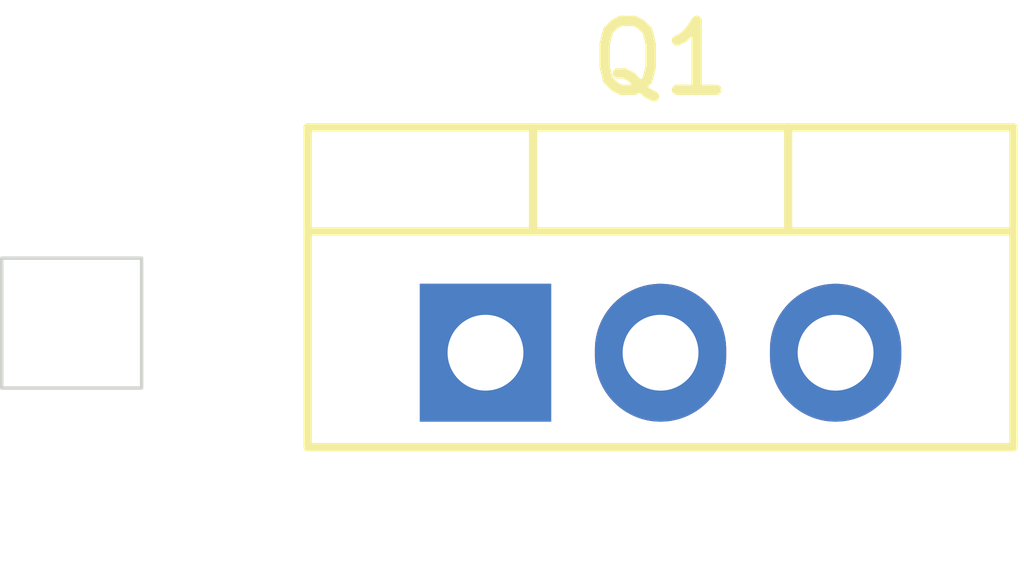
<source format=kicad_pcb>
(kicad_pcb (version 20240108) (generator "pcbnew") (generator_version "8.0")
  (layers (0 "F.Cu" signal) (31 "B.Cu" signal) (34 "B.Paste" user) (35 "F.Paste" user) (36 "B.SilkS" user "B.Silkscreen") (37 "F.SilkS" user "F.Silkscreen") (38 "B.Mask" user) (39 "F.Mask" user) (44 "Edge.Cuts" user))
  (net 0 "")
  (footprint "Package_TO_SOT_THT:TO-220-3_Vertical" (layer "F.Cu") (at 135.41 81.67)
    (property "Reference" "Q1" (at 2.54 -4.27 0) (layer "F.SilkS"))
    (property "Value" "IRF540N")
    (fp_line (start -2.58 -3.27) (end -2.58 1.371) (stroke (width 0.12)) (layer "F.SilkS"))
    (fp_line (start -2.58 -3.27) (end 7.66 -3.27) (stroke (width 0.12)) (layer "F.SilkS"))
    (fp_line (start -2.58 -1.76) (end 7.66 -1.76) (stroke (width 0.12)) (layer "F.SilkS"))
    (fp_line (start -2.58 1.371) (end 7.66 1.371) (stroke (width 0.12)) (layer "F.SilkS"))
    (fp_line (start 0.69 -3.27) (end 0.69 -1.76) (stroke (width 0.12)) (layer "F.SilkS"))
    (fp_line (start 4.391 -3.27) (end 4.391 -1.76) (stroke (width 0.12)) (layer "F.SilkS"))
    (fp_line (start 7.66 -3.27) (end 7.66 1.371) (stroke (width 0.12)) (layer "F.SilkS"))
    (pad "1" thru_hole rect (at 0 0) (size 1.905 2) (drill 1.1) (layers "*.Cu" "*.Mask"))
    (pad "2" thru_hole oval (at 2.54 0) (size 1.905 2) (drill 1.1) (layers "*.Cu" "*.Mask"))
    (pad "3" thru_hole oval (at 5.08 0) (size 1.905 2) (drill 1.1) (layers "*.Cu" "*.Mask"))
  )
  (gr_rect (start 128.39 80.2975) (end 130.42 82.1825) (stroke (width 0.05)) (fill none) (layer "Edge.Cuts"))
)
</source>
